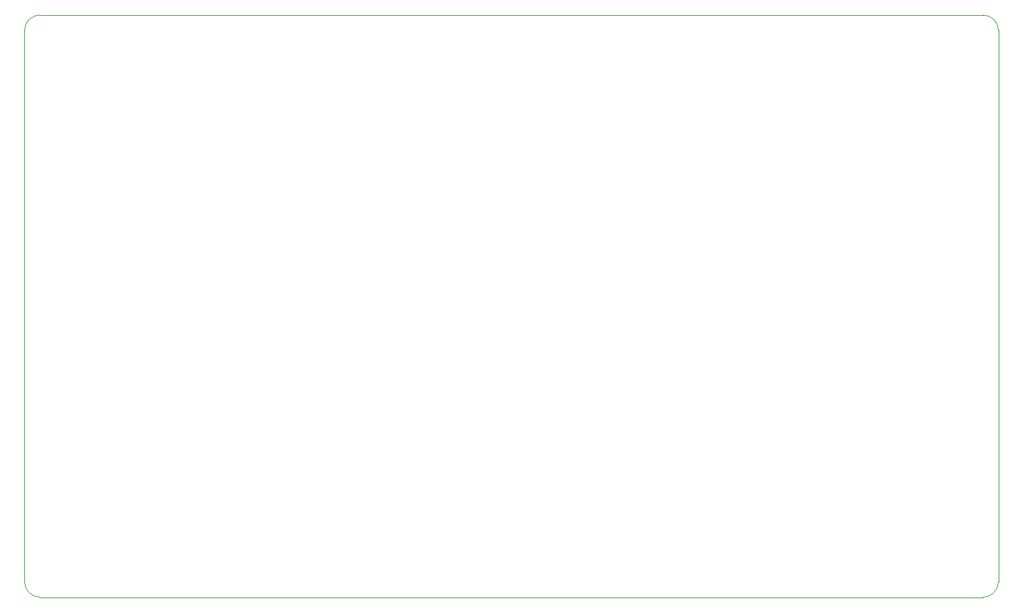
<source format=gbr>
%TF.GenerationSoftware,KiCad,Pcbnew,9.0.1*%
%TF.CreationDate,2025-10-16T11:29:11+01:00*%
%TF.ProjectId,WEASEL_KiCad_buttonMatrix,57454153-454c-45f4-9b69-4361645f6275,rev?*%
%TF.SameCoordinates,Original*%
%TF.FileFunction,Profile,NP*%
%FSLAX46Y46*%
G04 Gerber Fmt 4.6, Leading zero omitted, Abs format (unit mm)*
G04 Created by KiCad (PCBNEW 9.0.1) date 2025-10-16 11:29:11*
%MOMM*%
%LPD*%
G01*
G04 APERTURE LIST*
%TA.AperFunction,Profile*%
%ADD10C,0.050000*%
%TD*%
G04 APERTURE END LIST*
D10*
X138000000Y-105000000D02*
X16500000Y-105000000D01*
X14500000Y-103000000D02*
X14500000Y-32000000D01*
X16500000Y-30000000D02*
X138000000Y-30000000D01*
X140000000Y-103000000D02*
G75*
G02*
X138000000Y-105000000I-2000000J0D01*
G01*
X138000000Y-30000000D02*
G75*
G02*
X140000000Y-32000000I0J-2000000D01*
G01*
X14500000Y-32000000D02*
G75*
G02*
X16500000Y-30000000I2000000J0D01*
G01*
X16500000Y-105000000D02*
G75*
G02*
X14500000Y-103000000I0J2000000D01*
G01*
X140000000Y-32000000D02*
X140000000Y-103000000D01*
M02*

</source>
